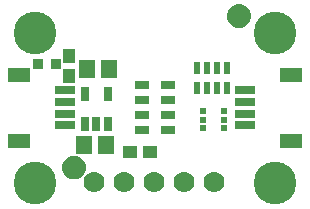
<source format=gbr>
G04 EAGLE Gerber RS-274X export*
G75*
%MOMM*%
%FSLAX34Y34*%
%LPD*%
%INSoldermask Top*%
%IPPOS*%
%AMOC8*
5,1,8,0,0,1.08239X$1,22.5*%
G01*
%ADD10R,1.341600X1.601600*%
%ADD11R,0.651600X1.301600*%
%ADD12R,1.176600X1.101600*%
%ADD13R,0.551600X1.001600*%
%ADD14R,0.601600X0.601600*%
%ADD15R,0.601600X0.501600*%
%ADD16C,3.617600*%
%ADD17R,1.651600X0.701600*%
%ADD18R,1.901600X1.301600*%
%ADD19C,1.101600*%
%ADD20C,0.469900*%
%ADD21R,0.901600X0.901600*%
%ADD22R,1.101600X1.176600*%
%ADD23R,1.201600X0.701600*%
%ADD24C,1.778000*%


D10*
X66700Y57150D03*
X85700Y57150D03*
D11*
X67970Y74629D03*
X77470Y74629D03*
X86970Y74629D03*
X86970Y100631D03*
X67970Y100631D03*
D10*
X69240Y121920D03*
X88240Y121920D03*
D12*
X105800Y51435D03*
X122800Y51435D03*
D13*
X188260Y105800D03*
X188260Y122800D03*
X179260Y105800D03*
X171260Y105800D03*
X162260Y105800D03*
X162260Y122800D03*
X179260Y122800D03*
X171260Y122800D03*
D14*
X185530Y71240D03*
D15*
X185530Y78740D03*
D14*
X185530Y86240D03*
X167530Y86240D03*
D15*
X167530Y78740D03*
D14*
X167530Y71240D03*
D16*
X25400Y152400D03*
X228600Y152400D03*
D17*
X203460Y83900D03*
X203460Y93900D03*
X203460Y73900D03*
X203460Y103900D03*
D18*
X242460Y60900D03*
X242460Y116900D03*
D17*
X50540Y93900D03*
X50540Y83900D03*
X50540Y103900D03*
X50540Y73900D03*
D18*
X11540Y116900D03*
X11540Y60900D03*
D19*
X58420Y38100D03*
D20*
X58420Y45600D02*
X58239Y45598D01*
X58058Y45591D01*
X57877Y45580D01*
X57696Y45565D01*
X57516Y45545D01*
X57336Y45521D01*
X57157Y45493D01*
X56979Y45460D01*
X56802Y45423D01*
X56625Y45382D01*
X56450Y45337D01*
X56275Y45287D01*
X56102Y45233D01*
X55931Y45175D01*
X55760Y45113D01*
X55592Y45046D01*
X55425Y44976D01*
X55259Y44902D01*
X55096Y44823D01*
X54935Y44741D01*
X54775Y44655D01*
X54618Y44565D01*
X54463Y44471D01*
X54310Y44374D01*
X54160Y44272D01*
X54012Y44168D01*
X53866Y44059D01*
X53724Y43948D01*
X53584Y43832D01*
X53447Y43714D01*
X53312Y43592D01*
X53181Y43467D01*
X53053Y43339D01*
X52928Y43208D01*
X52806Y43073D01*
X52688Y42936D01*
X52572Y42796D01*
X52461Y42654D01*
X52352Y42508D01*
X52248Y42360D01*
X52146Y42210D01*
X52049Y42057D01*
X51955Y41902D01*
X51865Y41745D01*
X51779Y41585D01*
X51697Y41424D01*
X51618Y41261D01*
X51544Y41095D01*
X51474Y40928D01*
X51407Y40760D01*
X51345Y40589D01*
X51287Y40418D01*
X51233Y40245D01*
X51183Y40070D01*
X51138Y39895D01*
X51097Y39718D01*
X51060Y39541D01*
X51027Y39363D01*
X50999Y39184D01*
X50975Y39004D01*
X50955Y38824D01*
X50940Y38643D01*
X50929Y38462D01*
X50922Y38281D01*
X50920Y38100D01*
X58420Y45600D02*
X58601Y45598D01*
X58782Y45591D01*
X58963Y45580D01*
X59144Y45565D01*
X59324Y45545D01*
X59504Y45521D01*
X59683Y45493D01*
X59861Y45460D01*
X60038Y45423D01*
X60215Y45382D01*
X60390Y45337D01*
X60565Y45287D01*
X60738Y45233D01*
X60909Y45175D01*
X61080Y45113D01*
X61248Y45046D01*
X61415Y44976D01*
X61581Y44902D01*
X61744Y44823D01*
X61905Y44741D01*
X62065Y44655D01*
X62222Y44565D01*
X62377Y44471D01*
X62530Y44374D01*
X62680Y44272D01*
X62828Y44168D01*
X62974Y44059D01*
X63116Y43948D01*
X63256Y43832D01*
X63393Y43714D01*
X63528Y43592D01*
X63659Y43467D01*
X63787Y43339D01*
X63912Y43208D01*
X64034Y43073D01*
X64152Y42936D01*
X64268Y42796D01*
X64379Y42654D01*
X64488Y42508D01*
X64592Y42360D01*
X64694Y42210D01*
X64791Y42057D01*
X64885Y41902D01*
X64975Y41745D01*
X65061Y41585D01*
X65143Y41424D01*
X65222Y41261D01*
X65296Y41095D01*
X65366Y40928D01*
X65433Y40760D01*
X65495Y40589D01*
X65553Y40418D01*
X65607Y40245D01*
X65657Y40070D01*
X65702Y39895D01*
X65743Y39718D01*
X65780Y39541D01*
X65813Y39363D01*
X65841Y39184D01*
X65865Y39004D01*
X65885Y38824D01*
X65900Y38643D01*
X65911Y38462D01*
X65918Y38281D01*
X65920Y38100D01*
X65918Y37919D01*
X65911Y37738D01*
X65900Y37557D01*
X65885Y37376D01*
X65865Y37196D01*
X65841Y37016D01*
X65813Y36837D01*
X65780Y36659D01*
X65743Y36482D01*
X65702Y36305D01*
X65657Y36130D01*
X65607Y35955D01*
X65553Y35782D01*
X65495Y35611D01*
X65433Y35440D01*
X65366Y35272D01*
X65296Y35105D01*
X65222Y34939D01*
X65143Y34776D01*
X65061Y34615D01*
X64975Y34455D01*
X64885Y34298D01*
X64791Y34143D01*
X64694Y33990D01*
X64592Y33840D01*
X64488Y33692D01*
X64379Y33546D01*
X64268Y33404D01*
X64152Y33264D01*
X64034Y33127D01*
X63912Y32992D01*
X63787Y32861D01*
X63659Y32733D01*
X63528Y32608D01*
X63393Y32486D01*
X63256Y32368D01*
X63116Y32252D01*
X62974Y32141D01*
X62828Y32032D01*
X62680Y31928D01*
X62530Y31826D01*
X62377Y31729D01*
X62222Y31635D01*
X62065Y31545D01*
X61905Y31459D01*
X61744Y31377D01*
X61581Y31298D01*
X61415Y31224D01*
X61248Y31154D01*
X61080Y31087D01*
X60909Y31025D01*
X60738Y30967D01*
X60565Y30913D01*
X60390Y30863D01*
X60215Y30818D01*
X60038Y30777D01*
X59861Y30740D01*
X59683Y30707D01*
X59504Y30679D01*
X59324Y30655D01*
X59144Y30635D01*
X58963Y30620D01*
X58782Y30609D01*
X58601Y30602D01*
X58420Y30600D01*
X58239Y30602D01*
X58058Y30609D01*
X57877Y30620D01*
X57696Y30635D01*
X57516Y30655D01*
X57336Y30679D01*
X57157Y30707D01*
X56979Y30740D01*
X56802Y30777D01*
X56625Y30818D01*
X56450Y30863D01*
X56275Y30913D01*
X56102Y30967D01*
X55931Y31025D01*
X55760Y31087D01*
X55592Y31154D01*
X55425Y31224D01*
X55259Y31298D01*
X55096Y31377D01*
X54935Y31459D01*
X54775Y31545D01*
X54618Y31635D01*
X54463Y31729D01*
X54310Y31826D01*
X54160Y31928D01*
X54012Y32032D01*
X53866Y32141D01*
X53724Y32252D01*
X53584Y32368D01*
X53447Y32486D01*
X53312Y32608D01*
X53181Y32733D01*
X53053Y32861D01*
X52928Y32992D01*
X52806Y33127D01*
X52688Y33264D01*
X52572Y33404D01*
X52461Y33546D01*
X52352Y33692D01*
X52248Y33840D01*
X52146Y33990D01*
X52049Y34143D01*
X51955Y34298D01*
X51865Y34455D01*
X51779Y34615D01*
X51697Y34776D01*
X51618Y34939D01*
X51544Y35105D01*
X51474Y35272D01*
X51407Y35440D01*
X51345Y35611D01*
X51287Y35782D01*
X51233Y35955D01*
X51183Y36130D01*
X51138Y36305D01*
X51097Y36482D01*
X51060Y36659D01*
X51027Y36837D01*
X50999Y37016D01*
X50975Y37196D01*
X50955Y37376D01*
X50940Y37557D01*
X50929Y37738D01*
X50922Y37919D01*
X50920Y38100D01*
D19*
X198120Y166370D03*
D20*
X198120Y173870D02*
X197939Y173868D01*
X197758Y173861D01*
X197577Y173850D01*
X197396Y173835D01*
X197216Y173815D01*
X197036Y173791D01*
X196857Y173763D01*
X196679Y173730D01*
X196502Y173693D01*
X196325Y173652D01*
X196150Y173607D01*
X195975Y173557D01*
X195802Y173503D01*
X195631Y173445D01*
X195460Y173383D01*
X195292Y173316D01*
X195125Y173246D01*
X194959Y173172D01*
X194796Y173093D01*
X194635Y173011D01*
X194475Y172925D01*
X194318Y172835D01*
X194163Y172741D01*
X194010Y172644D01*
X193860Y172542D01*
X193712Y172438D01*
X193566Y172329D01*
X193424Y172218D01*
X193284Y172102D01*
X193147Y171984D01*
X193012Y171862D01*
X192881Y171737D01*
X192753Y171609D01*
X192628Y171478D01*
X192506Y171343D01*
X192388Y171206D01*
X192272Y171066D01*
X192161Y170924D01*
X192052Y170778D01*
X191948Y170630D01*
X191846Y170480D01*
X191749Y170327D01*
X191655Y170172D01*
X191565Y170015D01*
X191479Y169855D01*
X191397Y169694D01*
X191318Y169531D01*
X191244Y169365D01*
X191174Y169198D01*
X191107Y169030D01*
X191045Y168859D01*
X190987Y168688D01*
X190933Y168515D01*
X190883Y168340D01*
X190838Y168165D01*
X190797Y167988D01*
X190760Y167811D01*
X190727Y167633D01*
X190699Y167454D01*
X190675Y167274D01*
X190655Y167094D01*
X190640Y166913D01*
X190629Y166732D01*
X190622Y166551D01*
X190620Y166370D01*
X198120Y173870D02*
X198301Y173868D01*
X198482Y173861D01*
X198663Y173850D01*
X198844Y173835D01*
X199024Y173815D01*
X199204Y173791D01*
X199383Y173763D01*
X199561Y173730D01*
X199738Y173693D01*
X199915Y173652D01*
X200090Y173607D01*
X200265Y173557D01*
X200438Y173503D01*
X200609Y173445D01*
X200780Y173383D01*
X200948Y173316D01*
X201115Y173246D01*
X201281Y173172D01*
X201444Y173093D01*
X201605Y173011D01*
X201765Y172925D01*
X201922Y172835D01*
X202077Y172741D01*
X202230Y172644D01*
X202380Y172542D01*
X202528Y172438D01*
X202674Y172329D01*
X202816Y172218D01*
X202956Y172102D01*
X203093Y171984D01*
X203228Y171862D01*
X203359Y171737D01*
X203487Y171609D01*
X203612Y171478D01*
X203734Y171343D01*
X203852Y171206D01*
X203968Y171066D01*
X204079Y170924D01*
X204188Y170778D01*
X204292Y170630D01*
X204394Y170480D01*
X204491Y170327D01*
X204585Y170172D01*
X204675Y170015D01*
X204761Y169855D01*
X204843Y169694D01*
X204922Y169531D01*
X204996Y169365D01*
X205066Y169198D01*
X205133Y169030D01*
X205195Y168859D01*
X205253Y168688D01*
X205307Y168515D01*
X205357Y168340D01*
X205402Y168165D01*
X205443Y167988D01*
X205480Y167811D01*
X205513Y167633D01*
X205541Y167454D01*
X205565Y167274D01*
X205585Y167094D01*
X205600Y166913D01*
X205611Y166732D01*
X205618Y166551D01*
X205620Y166370D01*
X205618Y166189D01*
X205611Y166008D01*
X205600Y165827D01*
X205585Y165646D01*
X205565Y165466D01*
X205541Y165286D01*
X205513Y165107D01*
X205480Y164929D01*
X205443Y164752D01*
X205402Y164575D01*
X205357Y164400D01*
X205307Y164225D01*
X205253Y164052D01*
X205195Y163881D01*
X205133Y163710D01*
X205066Y163542D01*
X204996Y163375D01*
X204922Y163209D01*
X204843Y163046D01*
X204761Y162885D01*
X204675Y162725D01*
X204585Y162568D01*
X204491Y162413D01*
X204394Y162260D01*
X204292Y162110D01*
X204188Y161962D01*
X204079Y161816D01*
X203968Y161674D01*
X203852Y161534D01*
X203734Y161397D01*
X203612Y161262D01*
X203487Y161131D01*
X203359Y161003D01*
X203228Y160878D01*
X203093Y160756D01*
X202956Y160638D01*
X202816Y160522D01*
X202674Y160411D01*
X202528Y160302D01*
X202380Y160198D01*
X202230Y160096D01*
X202077Y159999D01*
X201922Y159905D01*
X201765Y159815D01*
X201605Y159729D01*
X201444Y159647D01*
X201281Y159568D01*
X201115Y159494D01*
X200948Y159424D01*
X200780Y159357D01*
X200609Y159295D01*
X200438Y159237D01*
X200265Y159183D01*
X200090Y159133D01*
X199915Y159088D01*
X199738Y159047D01*
X199561Y159010D01*
X199383Y158977D01*
X199204Y158949D01*
X199024Y158925D01*
X198844Y158905D01*
X198663Y158890D01*
X198482Y158879D01*
X198301Y158872D01*
X198120Y158870D01*
X197939Y158872D01*
X197758Y158879D01*
X197577Y158890D01*
X197396Y158905D01*
X197216Y158925D01*
X197036Y158949D01*
X196857Y158977D01*
X196679Y159010D01*
X196502Y159047D01*
X196325Y159088D01*
X196150Y159133D01*
X195975Y159183D01*
X195802Y159237D01*
X195631Y159295D01*
X195460Y159357D01*
X195292Y159424D01*
X195125Y159494D01*
X194959Y159568D01*
X194796Y159647D01*
X194635Y159729D01*
X194475Y159815D01*
X194318Y159905D01*
X194163Y159999D01*
X194010Y160096D01*
X193860Y160198D01*
X193712Y160302D01*
X193566Y160411D01*
X193424Y160522D01*
X193284Y160638D01*
X193147Y160756D01*
X193012Y160878D01*
X192881Y161003D01*
X192753Y161131D01*
X192628Y161262D01*
X192506Y161397D01*
X192388Y161534D01*
X192272Y161674D01*
X192161Y161816D01*
X192052Y161962D01*
X191948Y162110D01*
X191846Y162260D01*
X191749Y162413D01*
X191655Y162568D01*
X191565Y162725D01*
X191479Y162885D01*
X191397Y163046D01*
X191318Y163209D01*
X191244Y163375D01*
X191174Y163542D01*
X191107Y163710D01*
X191045Y163881D01*
X190987Y164052D01*
X190933Y164225D01*
X190883Y164400D01*
X190838Y164575D01*
X190797Y164752D01*
X190760Y164929D01*
X190727Y165107D01*
X190699Y165286D01*
X190675Y165466D01*
X190655Y165646D01*
X190640Y165827D01*
X190629Y166008D01*
X190622Y166189D01*
X190620Y166370D01*
D16*
X25400Y25400D03*
X228600Y25400D03*
D21*
X28060Y125730D03*
X43060Y125730D03*
D22*
X54610Y132960D03*
X54610Y115960D03*
D23*
X116000Y95150D03*
X116000Y107650D03*
X116000Y82650D03*
X116000Y70150D03*
X138000Y70150D03*
X138000Y82650D03*
X138000Y95150D03*
X138000Y107650D03*
D24*
X75565Y26035D03*
X100965Y26035D03*
X126365Y26035D03*
X151765Y26035D03*
X177165Y26035D03*
M02*

</source>
